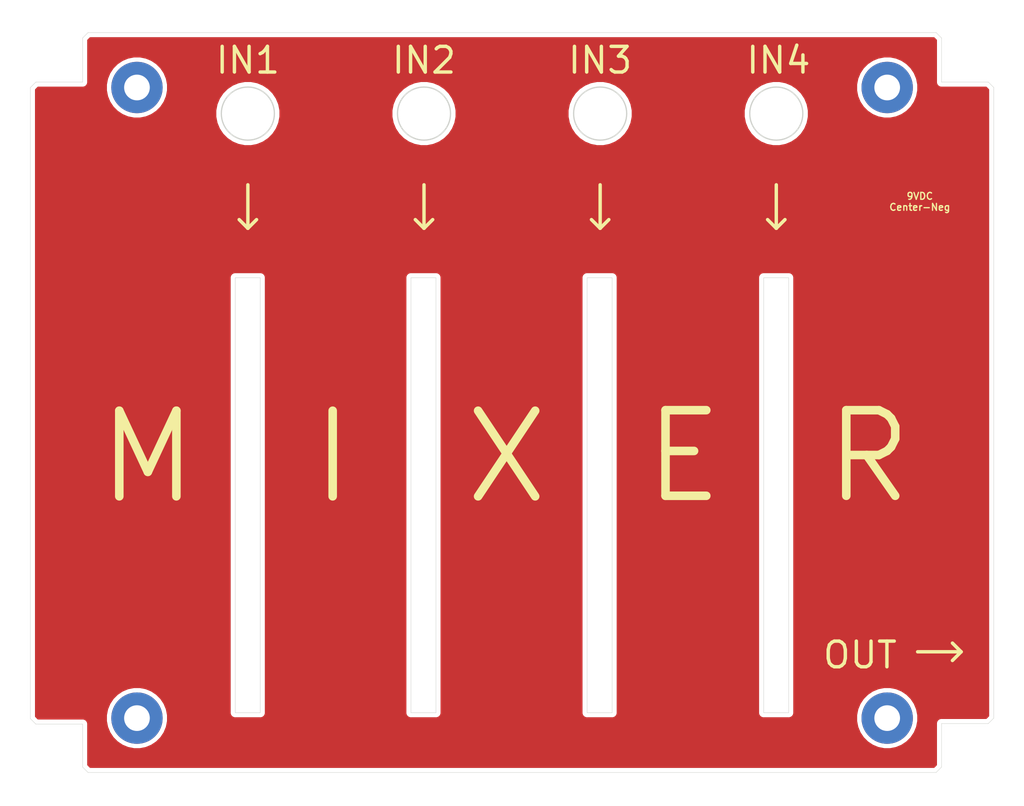
<source format=kicad_pcb>
(kicad_pcb (version 20171130) (host pcbnew 5.1.6-c6e7f7d~87~ubuntu18.04.1)

  (general
    (thickness 1.6)
    (drawings 66)
    (tracks 0)
    (zones 0)
    (modules 5)
    (nets 1)
  )

  (page A4 portrait)
  (layers
    (0 F.Cu signal)
    (31 B.Cu signal)
    (32 B.Adhes user)
    (33 F.Adhes user)
    (34 B.Paste user)
    (35 F.Paste user)
    (36 B.SilkS user)
    (37 F.SilkS user)
    (38 B.Mask user)
    (39 F.Mask user)
    (40 Dwgs.User user)
    (41 Cmts.User user)
    (42 Eco1.User user)
    (43 Eco2.User user)
    (44 Edge.Cuts user)
    (45 Margin user)
    (46 B.CrtYd user)
    (47 F.CrtYd user)
    (48 B.Fab user hide)
    (49 F.Fab user hide)
  )

  (setup
    (last_trace_width 0.127)
    (user_trace_width 0.4)
    (user_trace_width 0.5)
    (user_trace_width 1)
    (user_trace_width 2)
    (user_trace_width 4)
    (user_trace_width 5)
    (trace_clearance 0.127)
    (zone_clearance 0.508)
    (zone_45_only no)
    (trace_min 0.127)
    (via_size 0.45)
    (via_drill 0.2)
    (via_min_size 0.45)
    (via_min_drill 0.2)
    (user_via 0.8 0.4)
    (user_via 2 1)
    (user_via 3 1.5)
    (uvia_size 0.3)
    (uvia_drill 0.1)
    (uvias_allowed no)
    (uvia_min_size 0.2)
    (uvia_min_drill 0.1)
    (edge_width 0.05)
    (segment_width 0.2)
    (pcb_text_width 0.3)
    (pcb_text_size 1.5 1.5)
    (mod_edge_width 0.15)
    (mod_text_size 0.8 0.8)
    (mod_text_width 0.15)
    (pad_size 3 3)
    (pad_drill 2)
    (pad_to_mask_clearance 0.05)
    (aux_axis_origin 0 0)
    (visible_elements FFFFFF7F)
    (pcbplotparams
      (layerselection 0x010f0_ffffffff)
      (usegerberextensions false)
      (usegerberattributes true)
      (usegerberadvancedattributes true)
      (creategerberjobfile true)
      (excludeedgelayer false)
      (linewidth 0.100000)
      (plotframeref false)
      (viasonmask false)
      (mode 1)
      (useauxorigin false)
      (hpglpennumber 1)
      (hpglpenspeed 20)
      (hpglpendiameter 15.000000)
      (psnegative false)
      (psa4output false)
      (plotreference true)
      (plotvalue false)
      (plotinvisibletext false)
      (padsonsilk false)
      (subtractmaskfromsilk false)
      (outputformat 1)
      (mirror false)
      (drillshape 0)
      (scaleselection 1)
      (outputdirectory "gerbers/"))
  )

  (net 0 "")

  (net_class Default "This is the default net class."
    (clearance 0.127)
    (trace_width 0.127)
    (via_dia 0.45)
    (via_drill 0.2)
    (uvia_dia 0.3)
    (uvia_drill 0.1)
    (diff_pair_width 0.127)
    (diff_pair_gap 0.127)
  )

  (module MountingHole:MountingHole_3mm_Pad locked (layer F.Cu) (tedit 56D1B4CB) (tstamp 5F8357CE)
    (at 54.61 134.62)
    (descr "Mounting Hole 3mm")
    (tags "mounting hole 3mm")
    (attr virtual)
    (fp_text reference REF** (at 0 -4) (layer F.SilkS) hide
      (effects (font (size 1 1) (thickness 0.15)))
    )
    (fp_text value MountingHole_3mm_Pad (at 0 4) (layer F.Fab)
      (effects (font (size 1 1) (thickness 0.15)))
    )
    (fp_circle (center 0 0) (end 3 0) (layer Cmts.User) (width 0.15))
    (fp_circle (center 0 0) (end 3.25 0) (layer F.CrtYd) (width 0.05))
    (fp_text user %R (at 0.3 0) (layer F.Fab)
      (effects (font (size 1 1) (thickness 0.15)))
    )
    (pad 1 thru_hole circle (at 0 0) (size 6 6) (drill 3) (layers *.Cu *.Mask))
  )

  (module MountingHole:MountingHole_3mm_Pad (layer F.Cu) (tedit 56D1B4CB) (tstamp 5F8357CE)
    (at 142.24 134.62)
    (descr "Mounting Hole 3mm")
    (tags "mounting hole 3mm")
    (attr virtual)
    (fp_text reference REF** (at 0 -4) (layer F.SilkS) hide
      (effects (font (size 1 1) (thickness 0.15)))
    )
    (fp_text value MountingHole_3mm_Pad (at 0 4) (layer F.Fab)
      (effects (font (size 1 1) (thickness 0.15)))
    )
    (fp_circle (center 0 0) (end 3 0) (layer Cmts.User) (width 0.15))
    (fp_circle (center 0 0) (end 3.25 0) (layer F.CrtYd) (width 0.05))
    (fp_text user %R (at 0.3 0) (layer F.Fab)
      (effects (font (size 1 1) (thickness 0.15)))
    )
    (pad 1 thru_hole circle (at 0 0) (size 6 6) (drill 3) (layers *.Cu *.Mask))
  )

  (module MountingHole:MountingHole_3mm_Pad locked (layer F.Cu) (tedit 56D1B4CB) (tstamp 5F8357CE)
    (at 142.24 60.96)
    (descr "Mounting Hole 3mm")
    (tags "mounting hole 3mm")
    (attr virtual)
    (fp_text reference REF** (at 0 -4) (layer F.SilkS) hide
      (effects (font (size 1 1) (thickness 0.15)))
    )
    (fp_text value MountingHole_3mm_Pad (at 0 4) (layer F.Fab)
      (effects (font (size 1 1) (thickness 0.15)))
    )
    (fp_circle (center 0 0) (end 3 0) (layer Cmts.User) (width 0.15))
    (fp_circle (center 0 0) (end 3.25 0) (layer F.CrtYd) (width 0.05))
    (fp_text user %R (at 0.3 0) (layer F.Fab)
      (effects (font (size 1 1) (thickness 0.15)))
    )
    (pad 1 thru_hole circle (at 0 0) (size 6 6) (drill 3) (layers *.Cu *.Mask))
  )

  (module MountingHole:MountingHole_3mm_Pad locked (layer F.Cu) (tedit 56D1B4CB) (tstamp 5F83578A)
    (at 54.61 60.96)
    (descr "Mounting Hole 3mm")
    (tags "mounting hole 3mm")
    (attr virtual)
    (fp_text reference REF** (at 0 -4) (layer F.SilkS) hide
      (effects (font (size 1 1) (thickness 0.15)))
    )
    (fp_text value MountingHole_3mm_Pad (at 0 4) (layer F.Fab)
      (effects (font (size 1 1) (thickness 0.15)))
    )
    (fp_circle (center 0 0) (end 3 0) (layer Cmts.User) (width 0.15))
    (fp_circle (center 0 0) (end 3.25 0) (layer F.CrtYd) (width 0.05))
    (fp_text user %R (at 0.3 0) (layer F.Fab)
      (effects (font (size 1 1) (thickness 0.15)))
    )
    (pad 1 thru_hole circle (at 0 0) (size 6 6) (drill 3) (layers *.Cu *.Mask))
  )

  (module Hammond1590:1590BB locked (layer F.Cu) (tedit 5F42D66B) (tstamp 5F433D60)
    (at 98.425 97.79 270)
    (descr "Inside Lid Width and Inside Box Height - https://www.hammfg.com/files/parts/pdf/1590BB.pdf")
    (fp_text reference REF** (at 0.0635 -66.929 90) (layer F.SilkS) hide
      (effects (font (size 1 1) (thickness 0.15)))
    )
    (fp_text value 1590BB (at 0 -65.2145 90) (layer F.Fab)
      (effects (font (size 1 1) (thickness 0.15)))
    )
    (fp_line (start 43.2435 -49.53) (end 42.6085 -50.165) (layer Dwgs.User) (width 0.12))
    (fp_line (start 36.83 -56.261) (end 37.465 -55.626) (layer Dwgs.User) (width 0.12))
    (fp_line (start -37.5285 -55.626) (end -36.8935 -56.261) (layer Dwgs.User) (width 0.12))
    (fp_line (start -42.545 -50.165) (end -43.18 -49.53) (layer Dwgs.User) (width 0.12))
    (fp_line (start -36.83 56.261) (end -37.465 55.626) (layer Dwgs.User) (width 0.12))
    (fp_line (start -42.545 50.165) (end -43.18 49.53) (layer Dwgs.User) (width 0.12))
    (fp_line (start 42.6085 50.165) (end 43.2435 49.53) (layer Dwgs.User) (width 0.12))
    (fp_line (start 36.83 56.261) (end 37.465 55.626) (layer Dwgs.User) (width 0.12))
    (fp_line (start -37.5285 -50.165) (end -42.545 -50.165) (layer Dwgs.User) (width 0.12))
    (fp_line (start -37.5285 -55.626) (end -37.5285 -50.165) (layer Dwgs.User) (width 0.12))
    (fp_line (start 37.465 -50.165) (end 37.465 -55.626) (layer Dwgs.User) (width 0.12))
    (fp_line (start 42.6085 -50.165) (end 37.465 -50.165) (layer Dwgs.User) (width 0.12))
    (fp_line (start 37.465 50.165) (end 42.6085 50.165) (layer Dwgs.User) (width 0.12))
    (fp_line (start 37.465 55.626) (end 37.465 50.165) (layer Dwgs.User) (width 0.12))
    (fp_line (start -37.465 50.165) (end -42.545 50.165) (layer Dwgs.User) (width 0.12))
    (fp_line (start -37.465 55.626) (end -37.465 50.165) (layer Dwgs.User) (width 0.12))
    (fp_line (start 43.2435 49.53) (end 43.2435 -49.53) (layer Dwgs.User) (width 0.12))
    (fp_line (start -36.8935 -56.261) (end 36.83 -56.261) (layer Dwgs.User) (width 0.12))
    (fp_line (start -36.83 56.261) (end 36.83 56.261) (layer Dwgs.User) (width 0.12))
    (fp_line (start -43.18 49.53) (end -43.18 -49.53) (layer Dwgs.User) (width 0.12))
    (fp_line (start -44.704 56.896) (end -44.704 -56.896) (layer Cmts.User) (width 0.12))
    (fp_line (start 44.7675 56.896) (end -44.704 56.896) (layer Cmts.User) (width 0.12))
    (fp_line (start 44.7675 -56.896) (end 44.7675 56.896) (layer Cmts.User) (width 0.12))
    (fp_line (start -44.704 -56.896) (end 44.7675 -56.896) (layer Cmts.User) (width 0.12))
    (fp_line (start -46.99 -59.7535) (end -46.99 59.7535) (layer Cmts.User) (width 0.12))
    (fp_line (start 47.0535 59.7535) (end -46.99 59.7535) (layer Cmts.User) (width 0.12))
    (fp_line (start -46.99 -59.7535) (end 47.0535 -59.7535) (layer Cmts.User) (width 0.12))
    (fp_line (start 47.0535 59.7535) (end 47.0535 -59.7535) (layer Cmts.User) (width 0.12))
  )

  (gr_line (start 129.286 77.4065) (end 130.302 76.3905) (layer F.SilkS) (width 0.4) (tstamp 5F836927))
  (gr_line (start 129.286 77.4065) (end 128.27 76.3905) (layer F.SilkS) (width 0.4) (tstamp 5F836926))
  (gr_line (start 129.286 77.4065) (end 129.286 72.3265) (layer F.SilkS) (width 0.4) (tstamp 5F836925))
  (gr_line (start 108.712 77.4065) (end 109.728 76.3905) (layer F.SilkS) (width 0.4) (tstamp 5F836927))
  (gr_line (start 108.712 77.4065) (end 107.696 76.3905) (layer F.SilkS) (width 0.4) (tstamp 5F836926))
  (gr_line (start 108.712 77.4065) (end 108.712 72.3265) (layer F.SilkS) (width 0.4) (tstamp 5F836925))
  (gr_line (start 88.138 77.4065) (end 89.154 76.3905) (layer F.SilkS) (width 0.4) (tstamp 5F836927))
  (gr_line (start 88.138 77.4065) (end 87.122 76.3905) (layer F.SilkS) (width 0.4) (tstamp 5F836926))
  (gr_line (start 88.138 77.4065) (end 88.138 72.3265) (layer F.SilkS) (width 0.4) (tstamp 5F836925))
  (gr_text "9VDC\nCenter-Neg" (at 146.05 74.295) (layer F.SilkS)
    (effects (font (size 0.8 0.8) (thickness 0.15)))
  )
  (gr_text R (at 140.081 104.0765) (layer F.SilkS) (tstamp 5F835E3B)
    (effects (font (size 10 10) (thickness 1)))
  )
  (gr_text E (at 118.491 104.0765) (layer F.SilkS) (tstamp 5F835E3B)
    (effects (font (size 10 10) (thickness 1)))
  )
  (gr_text X (at 97.79 104.14) (layer F.SilkS) (tstamp 5F835E3B)
    (effects (font (size 10 10) (thickness 1)))
  )
  (gr_text I (at 77.47 104.14) (layer F.SilkS) (tstamp 5F835E3B)
    (effects (font (size 10 10) (thickness 1)))
  )
  (gr_text M (at 55.88 104.14) (layer F.SilkS)
    (effects (font (size 10 10) (thickness 1)))
  )
  (gr_text OUT (at 139.065 127.254) (layer F.SilkS) (tstamp 5F835A97)
    (effects (font (size 3 3) (thickness 0.4)))
  )
  (gr_text "IN4\n" (at 129.54 57.785) (layer F.SilkS) (tstamp 5F835A97)
    (effects (font (size 3 3) (thickness 0.4)))
  )
  (gr_text IN3 (at 108.712 57.785) (layer F.SilkS) (tstamp 5F835A97)
    (effects (font (size 3 3) (thickness 0.4)))
  )
  (gr_text "IN2\n" (at 88.138 57.785) (layer F.SilkS) (tstamp 5F835A97)
    (effects (font (size 3 3) (thickness 0.4)))
  )
  (gr_text IN1 (at 67.564 57.785) (layer F.SilkS) (tstamp 5F835BF4)
    (effects (font (size 3 3) (thickness 0.4)))
  )
  (gr_line (start 150.876 126.873) (end 145.796 126.873) (layer F.SilkS) (width 0.4) (tstamp 5F5F1AF7))
  (gr_line (start 150.876 126.873) (end 149.86 127.889) (layer F.SilkS) (width 0.4) (tstamp 5F5F1AF6))
  (gr_line (start 150.876 126.873) (end 149.86 125.857) (layer F.SilkS) (width 0.4) (tstamp 5F5F1AF5))
  (gr_line (start 127.8128 83.185) (end 130.7338 83.185) (layer Edge.Cuts) (width 0.05) (tstamp 5F82F8BD))
  (gr_line (start 130.7338 133.985) (end 127.8128 133.985) (layer Edge.Cuts) (width 0.05) (tstamp 5F82F8BC))
  (gr_line (start 130.7338 83.185) (end 130.7338 133.985) (layer Edge.Cuts) (width 0.05) (tstamp 5F82F8BB))
  (gr_line (start 127.8128 133.985) (end 127.8128 83.185) (layer Edge.Cuts) (width 0.05) (tstamp 5F82F8BA))
  (gr_line (start 66.0908 83.185) (end 69.0118 83.185) (layer Edge.Cuts) (width 0.05) (tstamp 5F82F8BD))
  (gr_line (start 69.0118 133.985) (end 66.0908 133.985) (layer Edge.Cuts) (width 0.05) (tstamp 5F82F8BC))
  (gr_line (start 69.0118 83.185) (end 69.0118 133.985) (layer Edge.Cuts) (width 0.05) (tstamp 5F82F8BB))
  (gr_line (start 66.0908 133.985) (end 66.0908 83.185) (layer Edge.Cuts) (width 0.05) (tstamp 5F82F8BA))
  (gr_line (start 86.614 83.185) (end 89.535 83.185) (layer Edge.Cuts) (width 0.05) (tstamp 5F82F8BD))
  (gr_line (start 89.535 133.985) (end 86.614 133.985) (layer Edge.Cuts) (width 0.05) (tstamp 5F82F8BC))
  (gr_line (start 89.535 83.185) (end 89.535 133.985) (layer Edge.Cuts) (width 0.05) (tstamp 5F82F8BB))
  (gr_line (start 86.614 133.985) (end 86.614 83.185) (layer Edge.Cuts) (width 0.05) (tstamp 5F82F8BA))
  (gr_line (start 107.188 133.985) (end 107.188 83.185) (layer Edge.Cuts) (width 0.05) (tstamp 5F82F89C))
  (gr_line (start 110.109 133.985) (end 107.188 133.985) (layer Edge.Cuts) (width 0.05))
  (gr_line (start 110.109 83.185) (end 110.109 133.985) (layer Edge.Cuts) (width 0.05))
  (gr_line (start 107.188 83.185) (end 110.109 83.185) (layer Edge.Cuts) (width 0.05))
  (gr_circle (center 129.286 64.008) (end 132.386465 64.008) (layer Edge.Cuts) (width 0.15) (tstamp 5F6CF0D5))
  (gr_circle (center 108.712 64.008) (end 111.812465 64.008) (layer Edge.Cuts) (width 0.15) (tstamp 5F6CF0D5))
  (gr_circle (center 88.138 64.008) (end 91.238465 64.008) (layer Edge.Cuts) (width 0.15) (tstamp 5F6CF0D5))
  (gr_circle (center 67.564 64.008) (end 70.664465 64.008) (layer Edge.Cuts) (width 0.15))
  (gr_line (start 67.564 77.4065) (end 67.564 72.3265) (layer F.SilkS) (width 0.4) (tstamp 5F5F1AF7))
  (gr_line (start 67.564 77.4065) (end 66.548 76.3905) (layer F.SilkS) (width 0.4) (tstamp 5F5F1AF6))
  (gr_line (start 67.564 77.4065) (end 68.58 76.3905) (layer F.SilkS) (width 0.4) (tstamp 5F5F1AF5))
  (gr_line (start 148.59 140.335) (end 147.955 140.97) (layer Edge.Cuts) (width 0.05) (tstamp 5F4399CA))
  (gr_line (start 148.59 135.255) (end 148.59 140.335) (layer Edge.Cuts) (width 0.05))
  (gr_line (start 154.051 135.255) (end 148.59 135.255) (layer Edge.Cuts) (width 0.05))
  (gr_line (start 154.686 134.62) (end 154.051 135.255) (layer Edge.Cuts) (width 0.05))
  (gr_line (start 154.686 60.96) (end 154.686 134.62) (layer Edge.Cuts) (width 0.05))
  (gr_line (start 154.051 60.325) (end 154.686 60.96) (layer Edge.Cuts) (width 0.05))
  (gr_line (start 148.59 60.325) (end 154.051 60.325) (layer Edge.Cuts) (width 0.05))
  (gr_line (start 148.59 55.1815) (end 148.59 60.325) (layer Edge.Cuts) (width 0.05))
  (gr_line (start 147.955 54.5465) (end 148.59 55.1815) (layer Edge.Cuts) (width 0.05))
  (gr_line (start 48.895 54.5465) (end 147.955 54.5465) (layer Edge.Cuts) (width 0.05))
  (gr_line (start 48.26 55.1815) (end 48.895 54.5465) (layer Edge.Cuts) (width 0.05))
  (gr_line (start 48.26 60.325) (end 48.26 55.1815) (layer Edge.Cuts) (width 0.05))
  (gr_line (start 42.799 60.325) (end 48.26 60.325) (layer Edge.Cuts) (width 0.05))
  (gr_line (start 42.164 60.96) (end 42.799 60.325) (layer Edge.Cuts) (width 0.05))
  (gr_line (start 42.164 134.6835) (end 42.164 60.96) (layer Edge.Cuts) (width 0.05))
  (gr_line (start 42.799 135.3185) (end 42.164 134.6835) (layer Edge.Cuts) (width 0.05))
  (gr_line (start 48.26 135.3185) (end 42.799 135.3185) (layer Edge.Cuts) (width 0.05))
  (gr_line (start 48.26 140.335) (end 48.26 135.3185) (layer Edge.Cuts) (width 0.05))
  (gr_line (start 48.895 140.97) (end 48.26 140.335) (layer Edge.Cuts) (width 0.05))
  (gr_line (start 147.955 140.97) (end 48.895 140.97) (layer Edge.Cuts) (width 0.05))

  (zone (net 0) (net_name "") (layer F.Cu) (tstamp 5F835D2D) (hatch edge 0.508)
    (priority 1)
    (connect_pads yes (clearance 0.508))
    (min_thickness 0.254)
    (fill yes (arc_segments 32) (thermal_gap 0.508) (thermal_bridge_width 0.508))
    (polygon
      (pts
        (xy 154.686 54.5465) (xy 154.686 140.97) (xy 42.164 140.97) (xy 42.164 54.5465)
      )
    )
    (filled_polygon
      (pts
        (xy 147.93 55.454881) (xy 147.930001 60.292571) (xy 147.926807 60.325) (xy 147.93955 60.454383) (xy 147.97729 60.578793)
        (xy 148.038575 60.69345) (xy 148.121052 60.793948) (xy 148.22155 60.876425) (xy 148.336207 60.93771) (xy 148.460617 60.97545)
        (xy 148.557581 60.985) (xy 148.59 60.988193) (xy 148.622419 60.985) (xy 153.77762 60.985) (xy 154.026 61.233381)
        (xy 154.026001 134.346618) (xy 153.77762 134.595) (xy 148.622419 134.595) (xy 148.59 134.591807) (xy 148.460617 134.60455)
        (xy 148.336207 134.64229) (xy 148.22155 134.703575) (xy 148.121052 134.786052) (xy 148.038575 134.88655) (xy 147.97729 135.001207)
        (xy 147.93955 135.125617) (xy 147.926807 135.255) (xy 147.93 135.287419) (xy 147.930001 140.061618) (xy 147.68162 140.31)
        (xy 49.168381 140.31) (xy 48.92 140.06162) (xy 48.92 135.350919) (xy 48.923193 135.3185) (xy 48.91045 135.189117)
        (xy 48.87271 135.064707) (xy 48.811425 134.95005) (xy 48.728948 134.849552) (xy 48.62845 134.767075) (xy 48.513793 134.70579)
        (xy 48.389383 134.66805) (xy 48.292419 134.6585) (xy 48.26 134.655307) (xy 48.227581 134.6585) (xy 43.072381 134.6585)
        (xy 42.824 134.41012) (xy 42.824 134.261984) (xy 50.975 134.261984) (xy 50.975 134.978016) (xy 51.114691 135.68029)
        (xy 51.388705 136.341818) (xy 51.786511 136.937177) (xy 52.292823 137.443489) (xy 52.888182 137.841295) (xy 53.54971 138.115309)
        (xy 54.251984 138.255) (xy 54.968016 138.255) (xy 55.67029 138.115309) (xy 56.331818 137.841295) (xy 56.927177 137.443489)
        (xy 57.433489 136.937177) (xy 57.831295 136.341818) (xy 58.105309 135.68029) (xy 58.245 134.978016) (xy 58.245 134.261984)
        (xy 58.105309 133.55971) (xy 57.831295 132.898182) (xy 57.433489 132.302823) (xy 56.927177 131.796511) (xy 56.331818 131.398705)
        (xy 55.67029 131.124691) (xy 54.968016 130.985) (xy 54.251984 130.985) (xy 53.54971 131.124691) (xy 52.888182 131.398705)
        (xy 52.292823 131.796511) (xy 51.786511 132.302823) (xy 51.388705 132.898182) (xy 51.114691 133.55971) (xy 50.975 134.261984)
        (xy 42.824 134.261984) (xy 42.824 83.185) (xy 65.427607 83.185) (xy 65.430801 83.21743) (xy 65.4308 133.952581)
        (xy 65.427607 133.985) (xy 65.44035 134.114383) (xy 65.47809 134.238793) (xy 65.539375 134.35345) (xy 65.601959 134.429708)
        (xy 65.621852 134.453948) (xy 65.72235 134.536425) (xy 65.837007 134.59771) (xy 65.961417 134.63545) (xy 66.0908 134.648193)
        (xy 66.123219 134.645) (xy 68.979381 134.645) (xy 69.0118 134.648193) (xy 69.044219 134.645) (xy 69.071735 134.64229)
        (xy 69.141183 134.63545) (xy 69.265593 134.59771) (xy 69.38025 134.536425) (xy 69.480748 134.453948) (xy 69.563225 134.35345)
        (xy 69.62451 134.238793) (xy 69.66225 134.114383) (xy 69.6718 134.017419) (xy 69.6718 134.017418) (xy 69.674993 133.985)
        (xy 69.6718 133.952581) (xy 69.6718 83.217419) (xy 69.674993 83.185) (xy 85.950807 83.185) (xy 85.954001 83.21743)
        (xy 85.954 133.952581) (xy 85.950807 133.985) (xy 85.96355 134.114383) (xy 86.00129 134.238793) (xy 86.062575 134.35345)
        (xy 86.125159 134.429708) (xy 86.145052 134.453948) (xy 86.24555 134.536425) (xy 86.360207 134.59771) (xy 86.484617 134.63545)
        (xy 86.614 134.648193) (xy 86.646419 134.645) (xy 89.502581 134.645) (xy 89.535 134.648193) (xy 89.567419 134.645)
        (xy 89.594935 134.64229) (xy 89.664383 134.63545) (xy 89.788793 134.59771) (xy 89.90345 134.536425) (xy 90.003948 134.453948)
        (xy 90.086425 134.35345) (xy 90.14771 134.238793) (xy 90.18545 134.114383) (xy 90.195 134.017419) (xy 90.195 134.017418)
        (xy 90.198193 133.985) (xy 90.195 133.952581) (xy 90.195 83.217419) (xy 90.198193 83.185) (xy 106.524807 83.185)
        (xy 106.528001 83.21743) (xy 106.528 133.952581) (xy 106.524807 133.985) (xy 106.53755 134.114383) (xy 106.57529 134.238793)
        (xy 106.636575 134.35345) (xy 106.699159 134.429708) (xy 106.719052 134.453948) (xy 106.81955 134.536425) (xy 106.934207 134.59771)
        (xy 107.058617 134.63545) (xy 107.188 134.648193) (xy 107.220419 134.645) (xy 110.076581 134.645) (xy 110.109 134.648193)
        (xy 110.141419 134.645) (xy 110.168935 134.64229) (xy 110.238383 134.63545) (xy 110.362793 134.59771) (xy 110.47745 134.536425)
        (xy 110.577948 134.453948) (xy 110.660425 134.35345) (xy 110.72171 134.238793) (xy 110.75945 134.114383) (xy 110.769 134.017419)
        (xy 110.769 134.017418) (xy 110.772193 133.985) (xy 110.769 133.952581) (xy 110.769 83.217419) (xy 110.772193 83.185)
        (xy 127.149607 83.185) (xy 127.152801 83.21743) (xy 127.1528 133.952581) (xy 127.149607 133.985) (xy 127.16235 134.114383)
        (xy 127.20009 134.238793) (xy 127.261375 134.35345) (xy 127.323959 134.429708) (xy 127.343852 134.453948) (xy 127.44435 134.536425)
        (xy 127.559007 134.59771) (xy 127.683417 134.63545) (xy 127.8128 134.648193) (xy 127.845219 134.645) (xy 130.701381 134.645)
        (xy 130.7338 134.648193) (xy 130.766219 134.645) (xy 130.793735 134.64229) (xy 130.863183 134.63545) (xy 130.987593 134.59771)
        (xy 131.10225 134.536425) (xy 131.202748 134.453948) (xy 131.285225 134.35345) (xy 131.334114 134.261984) (xy 138.605 134.261984)
        (xy 138.605 134.978016) (xy 138.744691 135.68029) (xy 139.018705 136.341818) (xy 139.416511 136.937177) (xy 139.922823 137.443489)
        (xy 140.518182 137.841295) (xy 141.17971 138.115309) (xy 141.881984 138.255) (xy 142.598016 138.255) (xy 143.30029 138.115309)
        (xy 143.961818 137.841295) (xy 144.557177 137.443489) (xy 145.063489 136.937177) (xy 145.461295 136.341818) (xy 145.735309 135.68029)
        (xy 145.875 134.978016) (xy 145.875 134.261984) (xy 145.735309 133.55971) (xy 145.461295 132.898182) (xy 145.063489 132.302823)
        (xy 144.557177 131.796511) (xy 143.961818 131.398705) (xy 143.30029 131.124691) (xy 142.598016 130.985) (xy 141.881984 130.985)
        (xy 141.17971 131.124691) (xy 140.518182 131.398705) (xy 139.922823 131.796511) (xy 139.416511 132.302823) (xy 139.018705 132.898182)
        (xy 138.744691 133.55971) (xy 138.605 134.261984) (xy 131.334114 134.261984) (xy 131.34651 134.238793) (xy 131.38425 134.114383)
        (xy 131.3938 134.017419) (xy 131.3938 134.017418) (xy 131.396993 133.985) (xy 131.3938 133.952581) (xy 131.3938 83.217419)
        (xy 131.396993 83.185) (xy 131.38425 83.055617) (xy 131.34651 82.931207) (xy 131.285225 82.81655) (xy 131.202748 82.716052)
        (xy 131.10225 82.633575) (xy 130.987593 82.57229) (xy 130.863183 82.53455) (xy 130.766219 82.525) (xy 130.7338 82.521807)
        (xy 130.701381 82.525) (xy 127.845219 82.525) (xy 127.8128 82.521807) (xy 127.780381 82.525) (xy 127.683417 82.53455)
        (xy 127.559007 82.57229) (xy 127.44435 82.633575) (xy 127.343852 82.716052) (xy 127.261375 82.81655) (xy 127.20009 82.931207)
        (xy 127.16235 83.055617) (xy 127.149607 83.185) (xy 110.772193 83.185) (xy 110.75945 83.055617) (xy 110.72171 82.931207)
        (xy 110.660425 82.81655) (xy 110.577948 82.716052) (xy 110.47745 82.633575) (xy 110.362793 82.57229) (xy 110.238383 82.53455)
        (xy 110.141419 82.525) (xy 110.109 82.521807) (xy 110.076581 82.525) (xy 107.220419 82.525) (xy 107.188 82.521807)
        (xy 107.155581 82.525) (xy 107.058617 82.53455) (xy 106.934207 82.57229) (xy 106.81955 82.633575) (xy 106.719052 82.716052)
        (xy 106.636575 82.81655) (xy 106.57529 82.931207) (xy 106.53755 83.055617) (xy 106.524807 83.185) (xy 90.198193 83.185)
        (xy 90.18545 83.055617) (xy 90.14771 82.931207) (xy 90.086425 82.81655) (xy 90.003948 82.716052) (xy 89.90345 82.633575)
        (xy 89.788793 82.57229) (xy 89.664383 82.53455) (xy 89.567419 82.525) (xy 89.535 82.521807) (xy 89.502581 82.525)
        (xy 86.646419 82.525) (xy 86.614 82.521807) (xy 86.581581 82.525) (xy 86.484617 82.53455) (xy 86.360207 82.57229)
        (xy 86.24555 82.633575) (xy 86.145052 82.716052) (xy 86.062575 82.81655) (xy 86.00129 82.931207) (xy 85.96355 83.055617)
        (xy 85.950807 83.185) (xy 69.674993 83.185) (xy 69.66225 83.055617) (xy 69.62451 82.931207) (xy 69.563225 82.81655)
        (xy 69.480748 82.716052) (xy 69.38025 82.633575) (xy 69.265593 82.57229) (xy 69.141183 82.53455) (xy 69.044219 82.525)
        (xy 69.0118 82.521807) (xy 68.979381 82.525) (xy 66.123219 82.525) (xy 66.0908 82.521807) (xy 66.058381 82.525)
        (xy 65.961417 82.53455) (xy 65.837007 82.57229) (xy 65.72235 82.633575) (xy 65.621852 82.716052) (xy 65.539375 82.81655)
        (xy 65.47809 82.931207) (xy 65.44035 83.055617) (xy 65.427607 83.185) (xy 42.824 83.185) (xy 42.824 61.23338)
        (xy 43.072381 60.985) (xy 48.227581 60.985) (xy 48.26 60.988193) (xy 48.292419 60.985) (xy 48.389383 60.97545)
        (xy 48.513793 60.93771) (xy 48.62845 60.876425) (xy 48.728948 60.793948) (xy 48.811425 60.69345) (xy 48.860314 60.601984)
        (xy 50.975 60.601984) (xy 50.975 61.318016) (xy 51.114691 62.02029) (xy 51.388705 62.681818) (xy 51.786511 63.277177)
        (xy 52.292823 63.783489) (xy 52.888182 64.181295) (xy 53.54971 64.455309) (xy 54.251984 64.595) (xy 54.968016 64.595)
        (xy 55.67029 64.455309) (xy 56.331818 64.181295) (xy 56.927177 63.783489) (xy 57.078117 63.632549) (xy 63.75198 63.632549)
        (xy 63.75198 64.383451) (xy 63.898474 65.119925) (xy 64.185831 65.813669) (xy 64.603011 66.438021) (xy 65.133979 66.968989)
        (xy 65.758331 67.386169) (xy 66.452075 67.673526) (xy 67.188549 67.82002) (xy 67.939451 67.82002) (xy 68.675925 67.673526)
        (xy 69.369669 67.386169) (xy 69.994021 66.968989) (xy 70.524989 66.438021) (xy 70.942169 65.813669) (xy 71.229526 65.119925)
        (xy 71.37602 64.383451) (xy 71.37602 63.632549) (xy 84.32598 63.632549) (xy 84.32598 64.383451) (xy 84.472474 65.119925)
        (xy 84.759831 65.813669) (xy 85.177011 66.438021) (xy 85.707979 66.968989) (xy 86.332331 67.386169) (xy 87.026075 67.673526)
        (xy 87.762549 67.82002) (xy 88.513451 67.82002) (xy 89.249925 67.673526) (xy 89.943669 67.386169) (xy 90.568021 66.968989)
        (xy 91.098989 66.438021) (xy 91.516169 65.813669) (xy 91.803526 65.119925) (xy 91.95002 64.383451) (xy 91.95002 63.632549)
        (xy 104.89998 63.632549) (xy 104.89998 64.383451) (xy 105.046474 65.119925) (xy 105.333831 65.813669) (xy 105.751011 66.438021)
        (xy 106.281979 66.968989) (xy 106.906331 67.386169) (xy 107.600075 67.673526) (xy 108.336549 67.82002) (xy 109.087451 67.82002)
        (xy 109.823925 67.673526) (xy 110.517669 67.386169) (xy 111.142021 66.968989) (xy 111.672989 66.438021) (xy 112.090169 65.813669)
        (xy 112.377526 65.119925) (xy 112.52402 64.383451) (xy 112.52402 63.632549) (xy 125.47398 63.632549) (xy 125.47398 64.383451)
        (xy 125.620474 65.119925) (xy 125.907831 65.813669) (xy 126.325011 66.438021) (xy 126.855979 66.968989) (xy 127.480331 67.386169)
        (xy 128.174075 67.673526) (xy 128.910549 67.82002) (xy 129.661451 67.82002) (xy 130.397925 67.673526) (xy 131.091669 67.386169)
        (xy 131.716021 66.968989) (xy 132.246989 66.438021) (xy 132.664169 65.813669) (xy 132.951526 65.119925) (xy 133.09802 64.383451)
        (xy 133.09802 63.632549) (xy 132.951526 62.896075) (xy 132.664169 62.202331) (xy 132.246989 61.577979) (xy 131.716021 61.047011)
        (xy 131.091669 60.629831) (xy 131.024441 60.601984) (xy 138.605 60.601984) (xy 138.605 61.318016) (xy 138.744691 62.02029)
        (xy 139.018705 62.681818) (xy 139.416511 63.277177) (xy 139.922823 63.783489) (xy 140.518182 64.181295) (xy 141.17971 64.455309)
        (xy 141.881984 64.595) (xy 142.598016 64.595) (xy 143.30029 64.455309) (xy 143.961818 64.181295) (xy 144.557177 63.783489)
        (xy 145.063489 63.277177) (xy 145.461295 62.681818) (xy 145.735309 62.02029) (xy 145.875 61.318016) (xy 145.875 60.601984)
        (xy 145.735309 59.89971) (xy 145.461295 59.238182) (xy 145.063489 58.642823) (xy 144.557177 58.136511) (xy 143.961818 57.738705)
        (xy 143.30029 57.464691) (xy 142.598016 57.325) (xy 141.881984 57.325) (xy 141.17971 57.464691) (xy 140.518182 57.738705)
        (xy 139.922823 58.136511) (xy 139.416511 58.642823) (xy 139.018705 59.238182) (xy 138.744691 59.89971) (xy 138.605 60.601984)
        (xy 131.024441 60.601984) (xy 130.397925 60.342474) (xy 129.661451 60.19598) (xy 128.910549 60.19598) (xy 128.174075 60.342474)
        (xy 127.480331 60.629831) (xy 126.855979 61.047011) (xy 126.325011 61.577979) (xy 125.907831 62.202331) (xy 125.620474 62.896075)
        (xy 125.47398 63.632549) (xy 112.52402 63.632549) (xy 112.377526 62.896075) (xy 112.090169 62.202331) (xy 111.672989 61.577979)
        (xy 111.142021 61.047011) (xy 110.517669 60.629831) (xy 109.823925 60.342474) (xy 109.087451 60.19598) (xy 108.336549 60.19598)
        (xy 107.600075 60.342474) (xy 106.906331 60.629831) (xy 106.281979 61.047011) (xy 105.751011 61.577979) (xy 105.333831 62.202331)
        (xy 105.046474 62.896075) (xy 104.89998 63.632549) (xy 91.95002 63.632549) (xy 91.803526 62.896075) (xy 91.516169 62.202331)
        (xy 91.098989 61.577979) (xy 90.568021 61.047011) (xy 89.943669 60.629831) (xy 89.249925 60.342474) (xy 88.513451 60.19598)
        (xy 87.762549 60.19598) (xy 87.026075 60.342474) (xy 86.332331 60.629831) (xy 85.707979 61.047011) (xy 85.177011 61.577979)
        (xy 84.759831 62.202331) (xy 84.472474 62.896075) (xy 84.32598 63.632549) (xy 71.37602 63.632549) (xy 71.229526 62.896075)
        (xy 70.942169 62.202331) (xy 70.524989 61.577979) (xy 69.994021 61.047011) (xy 69.369669 60.629831) (xy 68.675925 60.342474)
        (xy 67.939451 60.19598) (xy 67.188549 60.19598) (xy 66.452075 60.342474) (xy 65.758331 60.629831) (xy 65.133979 61.047011)
        (xy 64.603011 61.577979) (xy 64.185831 62.202331) (xy 63.898474 62.896075) (xy 63.75198 63.632549) (xy 57.078117 63.632549)
        (xy 57.433489 63.277177) (xy 57.831295 62.681818) (xy 58.105309 62.02029) (xy 58.245 61.318016) (xy 58.245 60.601984)
        (xy 58.105309 59.89971) (xy 57.831295 59.238182) (xy 57.433489 58.642823) (xy 56.927177 58.136511) (xy 56.331818 57.738705)
        (xy 55.67029 57.464691) (xy 54.968016 57.325) (xy 54.251984 57.325) (xy 53.54971 57.464691) (xy 52.888182 57.738705)
        (xy 52.292823 58.136511) (xy 51.786511 58.642823) (xy 51.388705 59.238182) (xy 51.114691 59.89971) (xy 50.975 60.601984)
        (xy 48.860314 60.601984) (xy 48.87271 60.578793) (xy 48.91045 60.454383) (xy 48.923193 60.325) (xy 48.92 60.292581)
        (xy 48.92 55.45488) (xy 49.168381 55.2065) (xy 147.68162 55.2065)
      )
    )
  )
)

</source>
